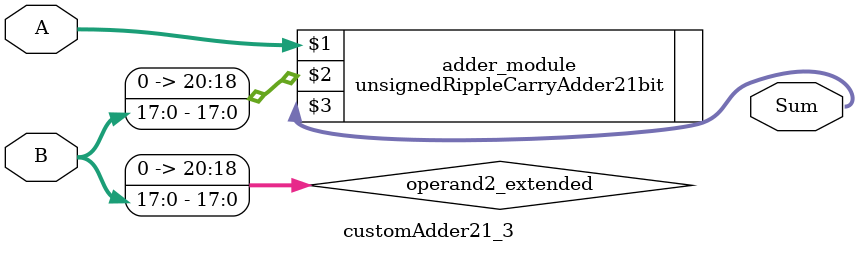
<source format=v>

module customAdder21_3(
                    input [20 : 0] A,
                    input [17 : 0] B,
                    
                    output [21 : 0] Sum
            );

    wire [20 : 0] operand2_extended;
    
    assign operand2_extended =  {3'b0, B};
    
    unsignedRippleCarryAdder21bit adder_module(
        A,
        operand2_extended,
        Sum
    );
    
endmodule
        
</source>
